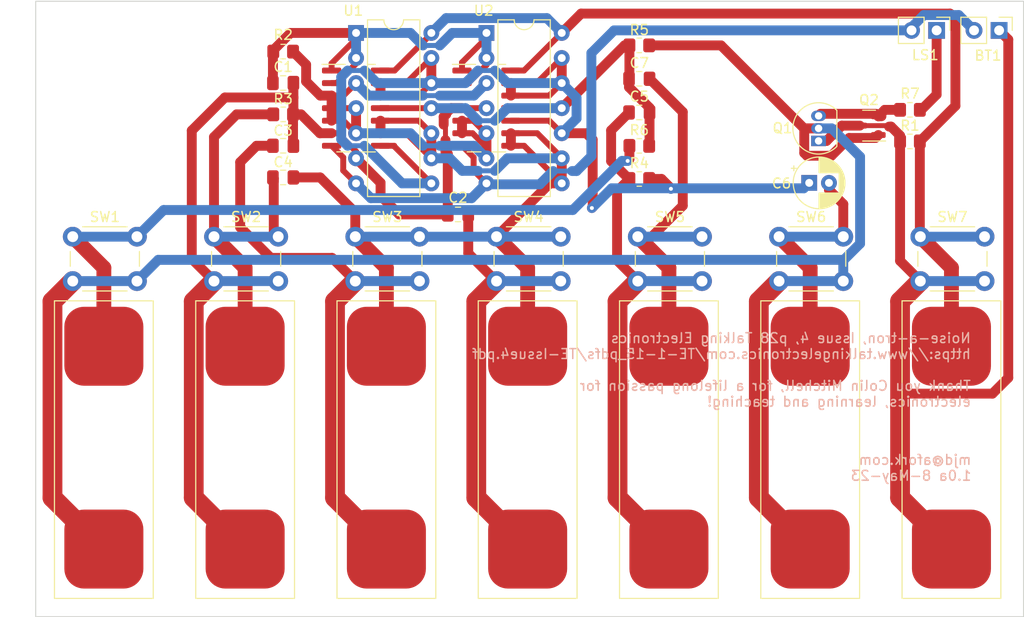
<source format=kicad_pcb>
(kicad_pcb (version 20221018) (generator pcbnew)
  (layers (0 "F.Cu" signal) (31 "B.Cu" signal) (34 "B.Paste" user) (35 "F.Paste" user) (36 "B.SilkS" user "B.Silkscreen") (37 "F.SilkS" user "F.Silkscreen") (38 "B.Mask" user) (39 "F.Mask" user) (44 "Edge.Cuts" user))
  (net 0 "")
  (net 1 "+9V")
  (net 2 "Net-(C1-Pad2)")
  (net 3 "Net-(C5-Pad1)")
  (net 4 "Net-(Q1-E)")
  (net 5 "Net-(LS1-Pad1)")
  (net 6 "Net-(Q1-B)")
  (net 7 "Net-(R2-Pad1)")
  (net 8 "Net-(C6-Pad1)")
  (net 9 "GND")
  (net 10 "Net-(C1-Pad1)")
  (net 11 "Net-(C2-Pad1)")
  (net 12 "Net-(C3-Pad1)")
  (net 13 "Net-(C4-Pad1)")
  (net 14 "Net-(C4-Pad2)")
  (net 15 "Net-(C5-Pad2)")
  (net 16 "Net-(C6-Pad2)")
  (net 17 "Net-(C7-Pad2)")
  (net 18 "Net-(U1E-VCC)")
  (net 19 "Net-(R6-Pad1)")
  (footprint "aa_library:SW_PUSH_6mm_H5mm_and_strip" (layer "F.Cu") (at 175.25 108.45)
    (fp_text reference "SW6" (at 3.25 -2) (layer "F.SilkS"))
    (fp_text value "SW_Push")
    (pad "1" thru_hole circle (at 0 0 90) (size 2 2) (drill 1.1) (layers "*.Cu" "*.Mask") (net 16 "Net-(C6-Pad2)"))
    (pad "1" smd roundrect (at 3.15 11.1) (size 8 8) (layers "F.Cu" "F.Paste" "F.Mask") (net 16 "Net-(C6-Pad2)"))
    (pad "1" thru_hole circle (at 6.5 0 90) (size 2 2) (drill 1.1) (layers "*.Cu" "*.Mask") (net 16 "Net-(C6-Pad2)"))
    (pad "2" thru_hole circle (at 0 4.5 90) (size 2 2) (drill 1.1) (layers "*.Cu" "*.Mask") (net 6 "Net-(Q1-B)"))
    (pad "2" smd roundrect (at 3.15 31.65) (size 8 8) (layers "F.Cu" "F.Paste" "F.Mask") (net 6 "Net-(Q1-B)"))
    (pad "2" thru_hole circle (at 6.5 4.5 90) (size 2 2) (drill 1.1) (layers "*.Cu" "*.Mask") (net 6 "Net-(Q1-B)"))
  )
  (footprint "aa_library:DIP-14_W7.62mm_and_SOIC-14" (layer "F.Cu") (at 132.43 87.81)
    (fp_text reference "U1" (at -0.28 -2.26) (layer "F.SilkS"))
    (fp_text value "74HC00")
    (pad "1" smd roundrect (at -2.475 3.81) (size 1.95 0.6) (layers "F.Cu" "F.Paste" "F.Mask") (net 2 "Net-(C1-Pad2)"))
    (pad "1" thru_hole rect (at 0 0) (size 1.6 1.6) (drill 0.8) (layers "*.Cu" "*.Mask") (net 2 "Net-(C1-Pad2)"))
    (pad "2" smd roundrect (at -2.475 5.08) (size 1.95 0.6) (layers "F.Cu" "F.Paste" "F.Mask") (net 2 "Net-(C1-Pad2)"))
    (pad "2" thru_hole oval (at 0 2.54) (size 1.6 1.6) (drill 0.8) (layers "*.Cu" "*.Mask") (net 2 "Net-(C1-Pad2)"))
    (pad "3" smd roundrect (at -2.475 6.35) (size 1.95 0.6) (layers "F.Cu" "F.Paste" "F.Mask") (net 7 "Net-(R2-Pad1)"))
    (pad "3" thru_hole oval (at 0 5.08) (size 1.6 1.6) (drill 0.8) (layers "*.Cu" "*.Mask") (net 7 "Net-(R2-Pad1)"))
    (pad "4" smd roundrect (at -2.475 7.62) (size 1.95 0.6) (layers "F.Cu" "F.Paste" "F.Mask") (net 7 "Net-(R2-Pad1)"))
    (pad "4" thru_hole oval (at 0 7.62) (size 1.6 1.6) (drill 0.8) (layers "*.Cu" "*.Mask") (net 7 "Net-(R2-Pad1)"))
    (pad "5" smd roundrect (at -2.475 8.89) (size 1.95 0.6) (layers "F.Cu" "F.Paste" "F.Mask") (net 7 "Net-(R2-Pad1)"))
    (pad "5" thru_hole oval (at 0 10.16) (size 1.6 1.6) (drill 0.8) (layers "*.Cu" "*.Mask") (net 7 "Net-(R2-Pad1)"))
    (pad "6" smd roundrect (at -2.475 10.16) (size 1.95 0.6) (layers "F.Cu" "F.Paste" "F.Mask") (net 10 "Net-(C1-Pad1)"))
    (pad "6" thru_hole oval (at 0 12.7) (size 1.6 1.6) (drill 0.8) (layers "*.Cu" "*.Mask") (net 10 "Net-(C1-Pad1)"))
    (pad "7" smd roundrect (at -2.475 11.43) (size 1.95 0.6) (layers "F.Cu" "F.Paste" "F.Mask") (net 9 "GND"))
    (pad "7" thru_hole oval (at 0 15.24) (size 1.6 1.6) (drill 0.8) (layers "*.Cu" "*.Mask") (net 9 "GND"))
    (pad "8" smd roundrect (at 2.475 11.43) (size 1.95 0.6) (layers "F.Cu" "F.Paste" "F.Mask") (net 8 "Net-(C6-Pad1)"))
    (pad "8" thru_hole oval (at 7.62 15.24) (size 1.6 1.6) (drill 0.8) (layers "*.Cu" "*.Mask") (net 8 "Net-(C6-Pad1)"))
    (pad "9" smd roundrect (at 2.475 10.16) (size 1.95 0.6) (layers "F.Cu" "F.Paste" "F.Mask") (net 13 "Net-(C4-Pad1)"))
    (pad "9" thru_hole oval (at 7.62 12.7) (size 1.6 1.6) (drill 0.8) (layers "*.Cu" "*.Mask") (net 13 "Net-(C4-Pad1)"))
    (pad "10" smd roundrect (at 2.475 8.89) (size 1.95 0.6) (layers "F.Cu" "F.Paste" "F.Mask") (net 13 "Net-(C4-Pad1)"))
    (pad "10" thru_hole oval (at 7.62 10.16) (size 1.6 1.6) (drill 0.8) (layers "*.Cu" "*.Mask") (net 13 "Net-(C4-Pad1)"))
    (pad "11" smd roundrect (at 2.475 7.62) (size 1.95 0.6) (layers "F.Cu" "F.Paste" "F.Mask") (net 3 "Net-(C5-Pad1)"))
    (pad "11" thru_hole oval (at 7.62 7.62) (size 1.6 1.6) (drill 0.8) (layers "*.Cu" "*.Mask") (net 3 "Net-(C5-Pad1)"))
    (pad "12" smd roundrect (at 2.475 6.35) (size 1.95 0.6) (layers "F.Cu" "F.Paste" "F.Mask") (net 8 "Net-(C6-Pad1)"))
    (pad "12" thru_hole oval (at 7.62 5.08) (size 1.6 1.6) (drill 0.8) (layers "*.Cu" "*.Mask") (net 8 "Net-(C6-Pad1)"))
    (pad "13" smd roundrect (at 2.475 5.08) (size 1.95 0.6) (layers "F.Cu" "F.Paste" "F.Mask") (net 8 "Net-(C6-Pad1)"))
    (pad "13" thru_hole oval (at 7.62 2.54) (size 1.6 1.6) (drill 0.8) (layers "*.Cu" "*.Mask") (net 8 "Net-(C6-Pad1)"))
    (pad "14" smd roundrect (at 2.475 3.81) (size 1.95 0.6) (layers "F.Cu" "F.Paste" "F.Mask") (net 18 "Net-(U1E-VCC)"))
    (pad "14" thru_hole oval (at 7.62 0) (size 1.6 1.6) (drill 0.8) (layers "*.Cu" "*.Mask") (net 18 "Net-(U1E-VCC)"))
  )
  (footprint "Resistor_SMD:R_0805_2012Metric_Pad1.20x1.40mm_HandSolder" (layer "F.Cu") (at 161.1 99.25)
    (fp_text reference "R6" (at 0 -1.6) (layer "F.SilkS"))
    (fp_text value "2k2")
    (pad "1" smd roundrect (at -1 0) (size 1.2 1.4) (layers "F.Cu" "F.Paste" "F.Mask") (roundrect_rratio 0.208333) (net 19 "Net-(R6-Pad1)"))
    (pad "2" smd roundrect (at 1 0) (size 1.2 1.4) (layers "F.Cu" "F.Paste" "F.Mask") (roundrect_rratio 0.208333) (net 3 "Net-(C5-Pad1)"))
  )
  (footprint "Capacitor_SMD:C_0805_2012Metric_Pad1.18x1.45mm_HandSolder" (layer "F.Cu") (at 125.05 92.88 180)
    (fp_text reference "C1" (at 0 1.63) (layer "F.SilkS"))
    (fp_text value "47n")
    (pad "1" smd roundrect (at -1.0375 0 180) (size 1.175 1.45) (layers "F.Cu" "F.Paste" "F.Mask") (roundrect_rratio 0.212766) (net 10 "Net-(C1-Pad1)"))
    (pad "2" smd roundrect (at 1.0375 0 180) (size 1.175 1.45) (layers "F.Cu" "F.Paste" "F.Mask") (roundrect_rratio 0.212766) (net 2 "Net-(C1-Pad2)"))
  )
  (footprint "Capacitor_SMD:C_0805_2012Metric_Pad1.18x1.45mm_HandSolder" (layer "F.Cu") (at 125.05 102.45 180)
    (fp_text reference "C4" (at 0 1.55) (layer "F.SilkS"))
    (fp_text value "47n")
    (pad "1" smd roundrect (at -1.0375 0 180) (size 1.175 1.45) (layers "F.Cu" "F.Paste" "F.Mask") (roundrect_rratio 0.212766) (net 13 "Net-(C4-Pad1)"))
    (pad "2" smd roundrect (at 1.0375 0 180) (size 1.175 1.45) (layers "F.Cu" "F.Paste" "F.Mask") (roundrect_rratio 0.212766) (net 14 "Net-(C4-Pad2)"))
  )
  (footprint "Resistor_SMD:R_0805_2012Metric_Pad1.20x1.40mm_HandSolder" (layer "F.Cu") (at 188.5 95.6)
    (fp_text reference "R7" (at 0 -1.65) (layer "F.SilkS"))
    (fp_text value "15R")
    (pad "1" smd roundrect (at -1 0) (size 1.2 1.4) (layers "F.Cu" "F.Paste" "F.Mask") (roundrect_rratio 0.208333) (net 4 "Net-(Q1-E)"))
    (pad "2" smd roundrect (at 1 0) (size 1.2 1.4) (layers "F.Cu" "F.Paste" "F.Mask") (roundrect_rratio 0.208333) (net 5 "Net-(LS1-Pad1)"))
  )
  (footprint "Resistor_SMD:R_0805_2012Metric_Pad1.20x1.40mm_HandSolder" (layer "F.Cu") (at 161.1 89.07175 180)
    (fp_text reference "R5" (at 0 1.57175) (layer "F.SilkS"))
    (fp_text value "10k")
    (pad "1" smd roundrect (at -1 0 180) (size 1.2 1.4) (layers "F.Cu" "F.Paste" "F.Mask") (roundrect_rratio 0.208333) (net 6 "Net-(Q1-B)"))
    (pad "2" smd roundrect (at 1 0 180) (size 1.2 1.4) (layers "F.Cu" "F.Paste" "F.Mask") (roundrect_rratio 0.208333) (net 3 "Net-(C5-Pad1)"))
  )
  (footprint "aa_library:SW_PUSH_6mm_H5mm_and_strip" (layer "F.Cu") (at 132.35 108.45)
    (fp_text reference "SW3" (at 3.25 -2) (layer "F.SilkS"))
    (fp_text value "SW_Push")
    (pad "1" thru_hole circle (at 0 0 90) (size 2 2) (drill 1.1) (layers "*.Cu" "*.Mask") (net 13 "Net-(C4-Pad1)"))
    (pad "1" smd roundrect (at 3.15 11.1) (size 8 8) (layers "F.Cu" "F.Paste" "F.Mask") (net 13 "Net-(C4-Pad1)"))
    (pad "1" thru_hole circle (at 6.5 0 90) (size 2 2) (drill 1.1) (layers "*.Cu" "*.Mask") (net 13 "Net-(C4-Pad1)"))
    (pad "2" thru_hole circle (at 0 4.5 90) (size 2 2) (drill 1.1) (layers "*.Cu" "*.Mask") (net 12 "Net-(C3-Pad1)"))
    (pad "2" smd roundrect (at 3.15 31.65) (size 8 8) (layers "F.Cu" "F.Paste" "F.Mask") (net 12 "Net-(C3-Pad1)"))
    (pad "2" thru_hole circle (at 6.5 4.5 90) (size 2 2) (drill 1.1) (layers "*.Cu" "*.Mask") (net 12 "Net-(C3-Pad1)"))
  )
  (footprint "Package_TO_SOT_THT:TO-92_Inline" (layer "F.Cu") (at 179.25 98.75 90)
    (fp_text reference "Q1" (at 1.3 -3.65 180) (layer "F.SilkS"))
    (fp_text value "BC557")
    (pad "1" thru_hole rect (at 0 0 90) (size 1.05 1.5) (drill 0.75) (layers "*.Cu" "*.Mask") (net 1 "+9V"))
    (pad "2" thru_hole oval (at 1.27 0 90) (size 1.05 1.5) (drill 0.75) (layers "*.Cu" "*.Mask") (net 6 "Net-(Q1-B)"))
    (pad "3" thru_hole oval (at 2.54 0 90) (size 1.05 1.5) (drill 0.75) (layers "*.Cu" "*.Mask") (net 4 "Net-(Q1-E)"))
  )
  (footprint "Capacitor_SMD:C_0805_2012Metric_Pad1.18x1.45mm_HandSolder" (layer "F.Cu") (at 161.1 95.86725 180)
    (fp_text reference "C5" (at 0 1.61725) (layer "F.SilkS"))
    (fp_text value "2n2")
    (pad "1" smd roundrect (at -1.0375 0 180) (size 1.175 1.45) (layers "F.Cu" "F.Paste" "F.Mask") (roundrect_rratio 0.212766) (net 3 "Net-(C5-Pad1)"))
    (pad "2" smd roundrect (at 1.0375 0 180) (size 1.175 1.45) (layers "F.Cu" "F.Paste" "F.Mask") (roundrect_rratio 0.212766) (net 15 "Net-(C5-Pad2)"))
  )
  (footprint "Resistor_SMD:R_0805_2012Metric_Pad1.20x1.40mm_HandSolder" (layer "F.Cu") (at 125.05 96.06 180)
    (fp_text reference "R3" (at 0 1.56) (layer "F.SilkS"))
    (fp_text value "33k")
    (pad "1" smd roundrect (at -1 0 180) (size 1.2 1.4) (layers "F.Cu" "F.Paste" "F.Mask") (roundrect_rratio 0.208333) (net 10 "Net-(C1-Pad1)"))
    (pad "2" smd roundrect (at 1 0 180) (size 1.2 1.4) (layers "F.Cu" "F.Paste" "F.Mask") (roundrect_rratio 0.208333) (net 14 "Net-(C4-Pad2)"))
  )
  (footprint "aa_library:SW_PUSH_6mm_H5mm_and_strip" (layer "F.Cu") (at 118.05 108.45)
    (fp_text reference "SW2" (at 3.25 -2) (layer "F.SilkS"))
    (fp_text value "SW_Push")
    (pad "1" thru_hole circle (at 0 0 90) (size 2 2) (drill 1.1) (layers "*.Cu" "*.Mask") (net 14 "Net-(C4-Pad2)"))
    (pad "1" smd roundrect (at 3.15 11.1) (size 8 8) (layers "F.Cu" "F.Paste" "F.Mask") (net 14 "Net-(C4-Pad2)"))
    (pad "1" thru_hole circle (at 6.5 0 90) (size 2 2) (drill 1.1) (layers "*.Cu" "*.Mask") (net 14 "Net-(C4-Pad2)"))
    (pad "2" thru_hole circle (at 0 4.5 90) (size 2 2) (drill 1.1) (layers "*.Cu" "*.Mask") (net 10 "Net-(C1-Pad1)"))
    (pad "2" smd roundrect (at 3.15 31.65) (size 8 8) (layers "F.Cu" "F.Paste" "F.Mask") (net 10 "Net-(C1-Pad1)"))
    (pad "2" thru_hole circle (at 6.5 4.5 90) (size 2 2) (drill 1.1) (layers "*.Cu" "*.Mask") (net 10 "Net-(C1-Pad1)"))
  )
  (footprint "Resistor_SMD:R_0805_2012Metric_Pad1.20x1.40mm_HandSolder" (layer "F.Cu") (at 125.05 89.7 180)
    (fp_text reference "R2" (at 0 1.7) (layer "F.SilkS"))
    (fp_text value "2M2")
    (pad "1" smd roundrect (at -1 0 180) (size 1.2 1.4) (layers "F.Cu" "F.Paste" "F.Mask") (roundrect_rratio 0.208333) (net 7 "Net-(R2-Pad1)"))
    (pad "2" smd roundrect (at 1 0 180) (size 1.2 1.4) (layers "F.Cu" "F.Paste" "F.Mask") (roundrect_rratio 0.208333) (net 2 "Net-(C1-Pad2)"))
  )
  (footprint "Connector_PinHeader_2.54mm:PinHeader_1x02_P2.54mm_Vertical" (layer "F.Cu") (at 197.525 87.55 -90)
    (fp_text reference "BT1" (at 2.55 1.125 -180) (layer "F.SilkS"))
    (fp_text value "Battery")
    (pad "1" thru_hole rect (at 0 0 270) (size 1.7 1.7) (drill 1) (layers "*.Cu" "*.Mask") (net 1 "+9V"))
    (pad "2" thru_hole oval (at 0 2.54 270) (size 1.7 1.7) (drill 1) (layers "*.Cu" "*.Mask") (net 9 "GND"))
  )
  (footprint "Capacitor_SMD:C_0805_2012Metric_Pad1.18x1.45mm_HandSolder" (layer "F.Cu") (at 161.1 92.4545)
    (fp_text reference "C7" (at 0 -1.6045) (layer "F.SilkS"))
    (fp_text value "10n")
    (pad "1" smd roundrect (at -1.0375 0) (size 1.175 1.45) (layers "F.Cu" "F.Paste" "F.Mask") (roundrect_rratio 0.212766) (net 3 "Net-(C5-Pad1)"))
    (pad "2" smd roundrect (at 1.0375 0) (size 1.175 1.45) (layers "F.Cu" "F.Paste" "F.Mask") (roundrect_rratio 0.212766) (net 17 "Net-(C7-Pad2)"))
  )
  (footprint "Connector_PinHeader_2.54mm:PinHeader_1x02_P2.54mm_Vertical" (layer "F.Cu") (at 191.2 87.55 -90)
    (fp_text reference "LS1" (at 2.5 1.15 -180) (layer "F.SilkS"))
    (fp_text value "Speaker")
    (pad "1" thru_hole rect (at 0 0 270) (size 1.7 1.7) (drill 1) (layers "*.Cu" "*.Mask") (net 5 "Net-(LS1-Pad1)"))
    (pad "2" thru_hole oval (at 0 2.54 270) (size 1.7 1.7) (drill 1) (layers "*.Cu" "*.Mask") (net 9 "GND"))
  )
  (footprint "aa_library:SW_PUSH_6mm_H5mm_and_strip" (layer "F.Cu") (at 146.65 108.45)
    (fp_text reference "SW4" (at 3.25 -2) (layer "F.SilkS"))
    (fp_text value "SW_Push")
    (pad "1" thru_hole circle (at 0 0 90) (size 2 2) (drill 1.1) (layers "*.Cu" "*.Mask") (net 13 "Net-(C4-Pad1)"))
    (pad "1" smd roundrect (at 3.15 11.1) (size 8 8) (layers "F.Cu" "F.Paste" "F.Mask") (net 13 "Net-(C4-Pad1)"))
    (pad "1" thru_hole circle (at 6.5 0 90) (size 2 2) (drill 1.1) (layers "*.Cu" "*.Mask") (net 13 "Net-(C4-Pad1)"))
    (pad "2" thru_hole circle (at 0 4.5 90) (size 2 2) (drill 1.1) (layers "*.Cu" "*.Mask") (net 11 "Net-(C2-Pad1)"))
    (pad "2" smd roundrect (at 3.15 31.65) (size 8 8) (layers "F.Cu" "F.Paste" "F.Mask") (net 11 "Net-(C2-Pad1)"))
    (pad "2" thru_hole circle (at 6.5 4.5 90) (size 2 2) (drill 1.1) (layers "*.Cu" "*.Mask") (net 11 "Net-(C2-Pad1)"))
  )
  (footprint "Package_TO_SOT_SMD:SOT-23" (layer "F.Cu") (at 184.3625 97.2 180)
    (fp_text reference "Q2" (at 0.0125 2.6) (layer "F.SilkS"))
    (fp_text value "MMBT3906")
    (pad "1" smd roundrect (at -0.9375 -0.95 180) (size 1.475 0.6) (layers "F.Cu" "F.Paste" "F.Mask") (net 6 "Net-(Q1-B)"))
    (pad "2" smd roundrect (at -0.9375 0.95 180) (size 1.475 0.6) (layers "F.Cu" "F.Paste" "F.Mask") (net 4 "Net-(Q1-E)"))
    (pad "3" smd roundrect (at 0.9375 0 180) (size 1.475 0.6) (layers "F.Cu" "F.Paste" "F.Mask") (net 1 "+9V"))
  )
  (footprint "Resistor_SMD:R_0805_2012Metric_Pad1.20x1.40mm_HandSolder" (layer "F.Cu") (at 188.5 98.8)
    (fp_text reference "R1" (at 0 -1.6) (layer "F.SilkS"))
    (fp_text value "10k")
    (pad "1" smd roundrect (at -1 0) (size 1.2 1.4) (layers "F.Cu" "F.Paste" "F.Mask") (roundrect_rratio 0.208333) (net 1 "+9V"))
    (pad "2" smd roundrect (at 1 0) (size 1.2 1.4) (layers "F.Cu" "F.Paste" "F.Mask") (roundrect_rratio 0.208333) (net 18 "Net-(U1E-VCC)"))
  )
  (footprint "aa_library:SW_PUSH_6mm_H5mm_and_strip" (layer "F.Cu") (at 189.55 108.45)
    (fp_text reference "SW7" (at 3.25 -2) (layer "F.SilkS"))
    (fp_text value "SW_Push")
    (pad "1" thru_hole circle (at 0 0 90) (size 2 2) (drill 1.1) (layers "*.Cu" "*.Mask") (net 18 "Net-(U1E-VCC)"))
    (pad "1" smd roundrect (at 3.15 11.1) (size 8 8) (layers "F.Cu" "F.Paste" "F.Mask") (net 18 "Net-(U1E-VCC)"))
    (pad "1" thru_hole circle (at 6.5 0 90) (size 2 2) (drill 1.1) (layers "*.Cu" "*.Mask") (net 18 "Net-(U1E-VCC)"))
    (pad "2" thru_hole circle (at 0 4.5 90) (size 2 2) (drill 1.1) (layers "*.Cu" "*.Mask") (net 1 "+9V"))
    (pad "2" smd roundrect (at 3.15 31.65) (size 8 8) (layers "F.Cu" "F.Paste" "F.Mask") (net 1 "+9V"))
    (pad "2" thru_hole circle (at 6.5 4.5 90) (size 2 2) (drill 1.1) (layers "*.Cu" "*.Mask") (net 1 "+9V"))
  )
  (footprint "aa_library:SW_PUSH_6mm_H5mm_and_strip" (layer "F.Cu") (at 160.95 108.45)
    (fp_text reference "SW5" (at 3.25 -2) (layer "F.SilkS"))
    (fp_text value "SW_Push")
    (pad "1" thru_hole circle (at 0 0 90) (size 2 2) (drill 1.1) (layers "*.Cu" "*.Mask") (net 17 "Net-(C7-Pad2)"))
    (pad "1" smd roundrect (at 3.15 11.1) (size 8 8) (layers "F.Cu" "F.Paste" "F.Mask") (net 17 "Net-(C7-Pad2)"))
    (pad "1" thru_hole circle (at 6.5 0 90) (size 2 2) (drill 1.1) (layers "*.Cu" "*.Mask") (net 17 "Net-(C7-Pad2)"))
    (pad "2" thru_hole circle (at 0 4.5 90) (size 2 2) (drill 1.1) (layers "*.Cu" "*.Mask") (net 15 "Net-(C5-Pad2)"))
    (pad "2" smd roundrect (at 3.15 31.65) (size 8 8) (layers "F.Cu" "F.Paste" "F.Mask") (net 15 "Net-(C5-Pad2)"))
    (pad "2" thru_hole circle (at 6.5 4.5 90) (size 2 2) (drill 1.1) (layers "*.Cu" "*.Mask") (net 15 "Net-(C5-Pad2)"))
  )
  (footprint "Capacitor_THT:CP_Radial_D5.0mm_P2.00mm" (layer "F.Cu") (at 178.3 103)
    (fp_text reference "C6" (at -2.8 0.05) (layer "F.SilkS"))
    (fp_text value "100u")
    (pad "1" thru_hole rect (at 0 0) (size 1.6 1.6) (drill 0.8) (layers "*.Cu" "*.Mask") (net 8 "Net-(C6-Pad1)"))
    (pad "2" thru_hole circle (at 2 0) (size 1.6 1.6) (drill 0.8) (layers "*.Cu" "*.Mask") (net 16 "Net-(C6-Pad2)"))
  )
  (footprint "aa_library:DIP-14_W7.62mm_and_SOIC-14" (layer "F.Cu") (at 145.63 87.81)
    (fp_text reference "U2" (at -0.28 -2.26) (layer "F.SilkS"))
    (fp_text value "4001")
    (pad "1" smd roundrect (at -2.475 3.81) (size 1.95 0.6) (layers "F.Cu" "F.Paste" "F.Mask") (net 2 "Net-(C1-Pad2)"))
    (pad "1" thru_hole rect (at 0 0) (size 1.6 1.6) (drill 0.8) (layers "*.Cu" "*.Mask") (net 2 "Net-(C1-Pad2)"))
    (pad "2" smd roundrect (at -2.475 5.08) (size 1.95 0.6) (layers "F.Cu" "F.Paste" "F.Mask") (net 2 "Net-(C1-Pad2)"))
    (pad "2" thru_hole oval (at 0 2.54) (size 1.6 1.6) (drill 0.8) (layers "*.Cu" "*.Mask") (net 2 "Net-(C1-Pad2)"))
    (pad "3" smd roundrect (at -2.475 6.35) (size 1.95 0.6) (layers "F.Cu" "F.Paste" "F.Mask") (net 7 "Net-(R2-Pad1)"))
    (pad "3" thru_hole oval (at 0 5.08) (size 1.6 1.6) (drill 0.8) (layers "*.Cu" "*.Mask") (net 7 "Net-(R2-Pad1)"))
    (pad "4" smd roundrect (at -2.475 7.62) (size 1.95 0.6) (layers "F.Cu" "F.Paste" "F.Mask") (net 10 "Net-(C1-Pad1)"))
    (pad "4" thru_hole oval (at 0 7.62) (size 1.6 1.6) (drill 0.8) (layers "*.Cu" "*.Mask") (net 10 "Net-(C1-Pad1)"))
    (pad "5" smd roundrect (at -2.475 8.89) (size 1.95 0.6) (layers "F.Cu" "F.Paste" "F.Mask") (net 7 "Net-(R2-Pad1)"))
    (pad "5" thru_hole oval (at 0 10.16) (size 1.6 1.6) (drill 0.8) (layers "*.Cu" "*.Mask") (net 7 "Net-(R2-Pad1)"))
    (pad "6" smd roundrect (at -2.475 10.16) (size 1.95 0.6) (layers "F.Cu" "F.Paste" "F.Mask") (net 7 "Net-(R2-Pad1)"))
    (pad "6" thru_hole oval (at 0 12.7) (size 1.6 1.6) (drill 0.8) (layers "*.Cu" "*.Mask") (net 7 "Net-(R2-Pad1)"))
    (pad "7" smd roundrect (at -2.475 11.43) (size 1.95 0.6) (layers "F.Cu" "F.Paste" "F.Mask") (net 9 "GND"))
    (pad "7" thru_hole oval (at 0 15.24) (size 1.6 1.6) (drill 0.8) (layers "*.Cu" "*.Mask") (net 9 "GND"))
    (pad "8" smd roundrect (at 2.475 11.43) (size 1.95 0.6) (layers "F.Cu" "F.Paste" "F.Mask") (net 13 "Net-(C4-Pad1)"))
    (pad "8" thru_hole oval (at 7.62 15.24) (size 1.6 1.6) (drill 0.8) (layers "*.Cu" "*.Mask") (net 13 "Net-(C4-Pad1)"))
    (pad "9" smd roundrect (at 2.475 10.16) (size 1.95 0.6) (layers "F.Cu" "F.Paste" "F.Mask") (net 13 "Net-(C4-Pad1)"))
    (pad "9" thru_hole oval (at 7.62 12.7) (size 1.6 1.6) (drill 0.8) (layers "*.Cu" "*.Mask") (net 13 "Net-(C4-Pad1)"))
    (pad "10" smd roundrect (at 2.475 8.89) (size 1.95 0.6) (layers "F.Cu" "F.Paste" "F.Mask") (net 8 "Net-(C6-Pad1)"))
    (pad "10" thru_hole oval (at 7.62 10.16) (size 1.6 1.6) (drill 0.8) (layers "*.Cu" "*.Mask") (net 8 "Net-(C6-Pad1)"))
    (pad "11" smd roundrect (at 2.475 7.62) (size 1.95 0.6) (layers "F.Cu" "F.Paste" "F.Mask") (net 3 "Net-(C5-Pad1)"))
    (pad "11" thru_hole oval (at 7.62 7.62) (size 1.6 1.6) (drill 0.8) (layers "*.Cu" "*.Mask") (net 3 "Net-(C5-Pad1)"))
    (pad "12" smd roundrect (at 2.475 6.35) (size 1.95 0.6) (layers "F.Cu" "F.Paste" "F.Mask") (net 8 "Net-(C6-Pad1)"))
    (pad "12" thru_hole oval (at 7.62 5.08) (size 1.6 1.6) (drill 0.8) (layers "*.Cu" "*.Mask") (net 8 "Net-(C6-Pad1)"))
    (pad "13" smd roundrect (at 2.475 5.08) (size 1.95 0.6) (layers "F.Cu" "F.Paste" "F.Mask") (net 8 "Net-(C6-Pad1)"))
    (pad "13" thru_hole oval (at 7.62 2.54) (size 1.6 1.6) (drill 0.8) (layers "*.Cu" "*.Mask") (net 8 "Net-(C6-Pad1)"))
    (pad "14" smd roundrect (at 2.475 3.81) (size 1.95 0.6) (layers "F.Cu" "F.Paste" "F.Mask") (net 18 "Net-(U1E-VCC)"))
    (pad "14" thru_hole oval (at 7.62 0) (size 1.6 1.6) (drill 0.8) (layers "*.Cu" "*.Mask") (net 18 "Net-(U1E-VCC)"))
  )
  (footprint "Capacitor_SMD:C_0805_2012Metric_Pad1.18x1.45mm_HandSolder" (layer "F.Cu") (at 142.75 106.2 180)
    (fp_text reference "C2" (at 0 1.7) (layer "F.SilkS"))
    (fp_text value "1n")
    (pad "1" smd roundrect (at -1.0375 0 180) (size 1.175 1.45) (layers "F.Cu" "F.Paste" "F.Mask") (roundrect_rratio 0.212766) (net 11 "Net-(C2-Pad1)"))
    (pad "2" smd roundrect (at 1.0375 0 180) (size 1.175 1.45) (layers "F.Cu" "F.Paste" "F.Mask") (roundrect_rratio 0.212766) (net 10 "Net-(C1-Pad1)"))
  )
  (footprint "Capacitor_SMD:C_0805_2012Metric_Pad1.18x1.45mm_HandSolder" (layer "F.Cu") (at 125.05 99.24)
    (fp_text reference "C3" (at 0 -1.54) (layer "F.SilkS"))
    (fp_text value "3n9")
    (pad "1" smd roundrect (at -1.0375 0) (size 1.175 1.45) (layers "F.Cu" "F.Paste" "F.Mask") (roundrect_rratio 0.212766) (net 12 "Net-(C3-Pad1)"))
    (pad "2" smd roundrect (at 1.0375 0) (size 1.175 1.45) (layers "F.Cu" "F.Paste" "F.Mask") (roundrect_rratio 0.212766) (net 10 "Net-(C1-Pad1)"))
  )
  (footprint "aa_library:SW_PUSH_6mm_H5mm_and_strip" (layer "F.Cu") (at 103.75 108.45)
    (fp_text reference "SW1" (at 3.25 -2) (layer "F.SilkS"))
    (fp_text value "SW_Push")
    (pad "1" thru_hole circle (at 0 0 90) (size 2 2) (drill 1.1) (layers "*.Cu" "*.Mask") (net 19 "Net-(R6-Pad1)"))
    (pad "1" smd roundrect (at 3.15 11.1) (size 8 8) (layers "F.Cu" "F.Paste" "F.Mask") (net 19 "Net-(R6-Pad1)"))
    (pad "1" thru_hole circle (at 6.5 0 90) (size 2 2) (drill 1.1) (layers "*.Cu" "*.Mask") (net 19 "Net-(R6-Pad1)"))
    (pad "2" thru_hole circle (at 0 4.5 90) (size 2 2) (drill 1.1) (layers "*.Cu" "*.Mask") (net 6 "Net-(Q1-B)"))
    (pad "2" smd roundrect (at 3.15 31.65) (size 8 8) (layers "F.Cu" "F.Paste" "F.Mask") (net 6 "Net-(Q1-B)"))
    (pad "2" thru_hole circle (at 6.5 4.5 90) (size 2 2) (drill 1.1) (layers "*.Cu" "*.Mask") (net 6 "Net-(Q1-B)"))
  )
  (footprint "Resistor_SMD:R_0805_2012Metric_Pad1.20x1.40mm_HandSolder" (layer "F.Cu") (at 161.1 102.602753)
    (fp_text reference "R4" (at 0 -1.602753) (layer "F.SilkS"))
    (fp_text value "220k")
    (pad "1" smd roundrect (at -1 0) (size 1.2 1.4) (layers "F.Cu" "F.Paste" "F.Mask") (roundrect_rratio 0.208333) (net 15 "Net-(C5-Pad2)"))
    (pad "2" smd roundrect (at 1 0) (size 1.2 1.4) (layers "F.Cu" "F.Paste" "F.Mask") (roundrect_rratio 0.208333) (net 8 "Net-(C6-Pad1)"))
  )
  (gr_rect (start 100 84.6) (end 200 146.95) (stroke (width 0.1)) (fill none) (layer "Edge.Cuts"))
  (gr_text "Noise-a-tron, Issue 4, p28 Talking Electronics\nhttps://www.talkingelectronics.com/TE-1-15_pdfs/TE-Issue4.pdf\n\nThank you Colin Mitchell, for a lifelong passion for\nelectronics, learning and teaching!" (at 194.75 125.75) (layer "B.SilkS") (effects (font (size 1 1)) (justify left bottom mirror)))
  (gr_text "mjd@afork.com\n1.0a 8-May-23" (at 194.8 133.25) (layer "B.SilkS") (effects (font (size 1 1)) (justify left bottom mirror)))
  (segment (start 187.5 124.6) (end 187.75 124.35) (width 1) (layer "F.Cu") (net 1))
  (segment (start 186.289582 97.2) (end 186.339582 97.25) (width 0.5) (layer "F.Cu") (net 1))
  (segment (start 198.45 122.75) (end 198.45 88.475) (width 1) (layer "F.Cu") (net 1))
  (segment (start 180.05 98.75) (end 181.6 97.2) (width 1) (layer "F.Cu") (net 1))
  (segment (start 187.5 125.7) (end 187.5 115) (width 2) (layer "F.Cu") (net 1))
  (segment (start 181.6 97.2) (end 183.425 97.2) (width 1) (layer "F.Cu") (net 1))
  (segment (start 186.5875 97.3) (end 186.389582 97.3) (width 1) (layer "F.Cu") (net 1))
  (segment (start 187.5 110.9) (end 187.5 98.8) (width 1) (layer "F.Cu") (net 1))
  (segment (start 187.5 98.8) (end 187.5 98.2125) (width 1) (layer "F.Cu") (net 1))
  (segment (start 187.75 124.35) (end 196.85 124.35) (width 1) (layer "F.Cu") (net 1))
  (segment (start 187.5 98.2125) (end 186.5875 97.3) (width 1) (layer "F.Cu") (net 1))
  (segment (start 198.45 88.475) (end 197.525 87.55) (width 1) (layer "F.Cu") (net 1))
  (segment (start 187.5 125.7) (end 187.5 124.6) (width 1) (layer "F.Cu") (net 1))
  (segment (start 187.5 134.9) (end 187.5 125.7) (width 2) (layer "F.Cu") (net 1))
  (segment (start 189.55 112.95) (end 187.5 110.9) (width 1) (layer "F.Cu") (net 1))
  (segment (start 183.425 97.2) (end 186.289582 97.2) (width 0.5) (layer "F.Cu") (net 1))
  (segment (start 187.5 115) (end 189.55 112.95) (width 2) (layer "F.Cu") (net 1))
  (segment (start 196.85 124.35) (end 198.45 122.75) (width 1) (layer "F.Cu") (net 1))
  (segment (start 192.7 140.1) (end 187.5 134.9) (width 2) (layer "F.Cu") (net 1))
  (segment (start 179.25 98.75) (end 180.05 98.75) (width 1) (layer "F.Cu") (net 1))
  (segment (start 189.55 112.95) (end 196.05 112.95) (width 1) (layer "B.Cu") (net 1))
  (segment (start 132.43 87.81) (end 125.796497 87.81) (width 1) (layer "F.Cu") (net 2))
  (segment (start 132.43 87.81) (end 132.43 88.42) (width 0.6) (layer "F.Cu") (net 2))
  (segment (start 132.43 88.42) (end 129.955 90.895) (width 0.6) (layer "F.Cu") (net 2))
  (segment (start 132.43 90.92) (end 130.46 92.89) (width 0.6) (layer "F.Cu") (net 2))
  (segment (start 124.0125 89.7375) (end 124.05 89.7) (width 1) (layer "F.Cu") (net 2))
  (segment (start 124.05 89.556497) (end 124.05 89.7) (width 1) (layer "F.Cu") (net 2))
  (segment (start 125.796497 87.81) (end 124.05 89.556497) (width 1) (layer "F.Cu") (net 2))
  (segment (start 143.155 90.795) (end 143.155 91.62) (width 0.6) (layer "F.Cu") (net 2))
  (segment (start 145.63 90.35) (end 145.63 91.051522) (width 0.6) (layer "F.Cu") (net 2))
  (segment (start 145.63 91.051522) (end 143.791522 92.89) (width 0.6) (layer "F.Cu") (net 2))
  (segment (start 132.43 90.35) (end 132.43 90.92) (width 0.6) (layer "F.Cu") (net 2))
  (segment (start 145.63 88.32) (end 143.155 90.795) (width 0.6) (layer "F.Cu") (net 2))
  (segment (start 129.955 90.895) (end 129.955 91.62) (width 0.6) (layer "F.Cu") (net 2))
  (segment (start 124.0125 92.88) (end 124.0125 89.7375) (width 1) (layer "F.Cu") (net 2))
  (segment (start 145.63 87.81) (end 145.63 88.32) (width 0.6) (layer "F.Cu") (net 2))
  (segment (start 130.46 92.89) (end 129.955 92.89) (width 0.6) (layer "F.Cu") (net 2))
  (segment (start 143.791522 92.89) (end 143.155 92.89) (width 0.6) (layer "F.Cu") (net 2))
  (segment (start 132.43 90.35) (end 132.43 87.81) (width 1) (layer "B.Cu") (net 2))
  (segment (start 145.63 87.81) (end 142.171321 87.81) (width 1) (layer "B.Cu") (net 2))
  (segment (start 137.928679 87.81) (end 139.198679 89.08) (width 1) (layer "B.Cu") (net 2))
  (segment (start 139.198679 89.08) (end 140.901321 89.08) (width 0.5) (layer "B.Cu") (net 2))
  (segment (start 142.171321 87.81) (end 140.901321 89.08) (width 1) (layer "B.Cu") (net 2))
  (segment (start 145.63 87.81) (end 145.63 90.35) (width 1) (layer "B.Cu") (net 2))
  (segment (start 132.43 87.81) (end 137.928679 87.81) (width 1) (layer "B.Cu") (net 2))
  (segment (start 162.1375 95.3875) (end 160.0625 93.3125) (width 1) (layer "F.Cu") (net 3))
  (segment (start 160.1 89.07175) (end 160.1 92.417) (width 1) (layer "F.Cu") (net 3))
  (segment (start 148.105 95.43) (end 153.25 95.43) (width 0.6) (layer "F.Cu") (net 3))
  (segment (start 162.1375 95.86725) (end 162.1375 95.3875) (width 1) (layer "F.Cu") (net 3))
  (segment (start 153.25 95.43) (end 159.60825 89.07175) (width 1) (layer "F.Cu") (net 3))
  (segment (start 134.905 95.43) (end 140.05 95.43) (width 0.6) (layer "F.Cu") (net 3))
  (segment (start 159.60825 89.07175) (end 160.1 89.07175) (width 1) (layer "F.Cu") (net 3))
  (segment (start 162.1375 99.2125) (end 162.1 99.25) (width 1) (layer "F.Cu") (net 3))
  (segment (start 160.0625 93.3125) (end 160.0625 92.4545) (width 1) (layer "F.Cu") (net 3))
  (segment (start 162.1375 95.86725) (end 162.1375 99.2125) (width 1) (layer "F.Cu") (net 3))
  (segment (start 160.1 92.417) (end 160.0625 92.4545) (width 1) (layer "F.Cu") (net 3))
  (segment (start 153.25 95.43) (end 147.751321 95.43) (width 1) (layer "B.Cu") (net 3))
  (segment (start 143.508679 95.43) (end 144.778679 96.7) (width 1) (layer "B.Cu") (net 3))
  (segment (start 140.05 95.43) (end 143.508679 95.43) (width 1) (layer "B.Cu") (net 3))
  (segment (start 144.778679 96.7) (end 146.481321 96.7) (width 0.5) (layer "B.Cu") (net 3))
  (segment (start 147.751321 95.43) (end 146.481321 96.7) (width 1) (layer "B.Cu") (net 3))
  (segment (start 179.25 96.21) (end 179.459501 96.000499) (width 1) (layer "F.Cu") (net 4))
  (segment (start 179.459501 96.000499) (end 185.050499 96.000499) (width 1) (layer "F.Cu") (net 4))
  (segment (start 185.3 96.25) (end 185.6125 96.25) (width 1) (layer "F.Cu") (net 4))
  (segment (start 185.3 96.25) (end 185.95 95.6) (width 1) (layer "F.Cu") (net 4))
  (segment (start 185.050499 96.000499) (end 185.3 96.25) (width 1) (layer "F.Cu") (net 4))
  (segment (start 185.95 95.6) (end 187.5 95.6) (width 1) (layer "F.Cu") (net 4))
  (segment (start 189.65 95.6) (end 191.2 94.05) (width 1) (layer "F.Cu") (net 5))
  (segment (start 189.5 95.6) (end 189.65 95.6) (width 1) (layer "F.Cu") (net 5))
  (segment (start 191.2 94.05) (end 191.2 87.55) (width 1) (layer "F.Cu") (net 5))
  (segment (start 177.8 99.975) (end 178.075 100.25) (width 1) (layer "F.Cu") (net 6))
  (segment (start 173.2 115) (end 175.25 112.95) (width 2) (layer "F.Cu") (net 6))
  (segment (start 182.35 98.45) (end 180.55 100.25) (width 1) (layer "F.Cu") (net 6))
  (segment (start 162.1 89.07175) (end 169.37175 89.07175) (width 1) (layer "F.Cu") (net 6))
  (segment (start 177.845 97.48) (end 177.8 97.525) (width 1) (layer "F.Cu") (net 6))
  (segment (start 179.25 97.48) (end 177.845 97.48) (width 1) (layer "F.Cu") (net 6))
  (segment (start 177.8 97.525) (end 177.8 99.975) (width 1) (layer "F.Cu") (net 6))
  (segment (start 101.7 115) (end 103.75 112.95) (width 2) (layer "F.Cu") (net 6))
  (segment (start 106.9 140.1) (end 101.7 134.9) (width 2) (layer "F.Cu") (net 6))
  (segment (start 101.7 134.9) (end 101.7 115) (width 2) (layer "F.Cu") (net 6))
  (segment (start 185 98.45) (end 182.35 98.45) (width 1) (layer "F.Cu") (net 6))
  (segment (start 185.3 98.15) (end 185 98.45) (width 1) (layer "F.Cu") (net 6))
  (segment (start 177.78 97.48) (end 179.25 97.48) (width 1) (layer "F.Cu") (net 6))
  (segment (start 177.775 97.5) (end 177.8 97.525) (width 1) (layer "F.Cu") (net 6))
  (segment (start 169.37175 89.07175) (end 177.78 97.48) (width 1) (layer "F.Cu") (net 6))
  (segment (start 173.2 134.9) (end 173.2 115) (width 2) (layer "F.Cu") (net 6))
  (segment (start 180.55 100.25) (end 178.075 100.25) (width 1) (layer "F.Cu") (net 6))
  (segment (start 178.4 140.1) (end 173.2 134.9) (width 2) (layer "F.Cu") (net 6))
  (segment (start 181.804164 110.8) (end 183.45 109.154164) (width 1) (layer "B.Cu") (net 6))
  (segment (start 112.4 110.8) (end 181.804164 110.8) (width 1) (layer "B.Cu") (net 6))
  (segment (start 103.75 112.95) (end 110.25 112.95) (width 1) (layer "B.Cu") (net 6))
  (segment (start 110.25 112.95) (end 112.4 110.8) (width 1) (layer "B.Cu") (net 6))
  (segment (start 175.25 112.95) (end 181.75 112.95) (width 1) (layer "B.Cu") (net 6))
  (segment (start 180.58 97.48) (end 179.25 97.48) (width 1) (layer "B.Cu") (net 6))
  (segment (start 183.45 100.35) (end 180.58 97.48) (width 1) (layer "B.Cu") (net 6))
  (segment (start 183.45 109.154164) (end 183.45 100.35) (width 1) (layer "B.Cu") (net 6))
  (segment (start 181.75 110.854164) (end 181.804164 110.8) (width 1) (layer "B.Cu") (net 6))
  (segment (start 181.75 112.95) (end 181.75 110.854164) (width 1) (layer "B.Cu") (net 6))
  (segment (start 131.16 94.16) (end 129.955 94.16) (width 0.6) (layer "F.Cu") (net 7))
  (segment (start 145.57 97.97) (end 144.3 96.7) (width 0.6) (layer "F.Cu") (net 7))
  (segment (start 132.43 95.43) (end 129.955 95.43) (width 0.6) (layer "F.Cu") (net 7))
  (segment (start 145.63 97.97) (end 145.57 97.97) (width 0.6) (layer "F.Cu") (net 7))
  (segment (start 131.16 96.7) (end 129.955 96.7) (width 0.6) (layer "F.Cu") (net 7))
  (segment (start 144.3 96.7) (end 143.155 96.7) (width 0.6) (layer "F.Cu") (net 7))
  (segment (start 129.955 95.43) (end 129.955 94.16) (width 1) (layer "F.Cu") (net 7))
  (segment (start 144.36 94.16) (end 143.155 94.16) (width 0.6) (layer "F.Cu") (net 7))
  (segment (start 132.43 92.89) (end 131.16 94.16) (width 0.6) (layer "F.Cu") (net 7))
  (segment (start 132.43 95.43) (end 132.43 97.97) (width 1) (layer "F.Cu") (net 7))
  (segment (start 127.375 91.025) (end 127.375 92.725) (width 1) (layer "F.Cu") (net 7))
  (segment (start 144.22137 97.97) (end 143.155 97.97) (width 0.6) (layer "F.Cu") (net 7))
  (segment (start 129.955 95.43) (end 129.955 96.7) (width 1) (layer "F.Cu") (net 7))
  (segment (start 127.375 92.725) (end 128.81 94.16) (width 1) (layer "F.Cu") (net 7))
  (segment (start 145.63 99.37863) (end 144.22137 97.97) (width 0.6) (layer "F.Cu") (net 7))
  (segment (start 145.63 92.89) (end 144.36 94.16) (width 0.6) (layer "F.Cu") (net 7))
  (segment (start 126.05 89.7) (end 127.375 91.025) (width 1) (layer "F.Cu") (net 7))
  (segment (start 143.155 96.7) (end 143.155 97.97) (width 1) (layer "F.Cu") (net 7))
  (segment (start 145.63 97.97) (end 145.63 100.51) (width 1) (layer "F.Cu") (net 7))
  (segment (start 132.43 97.97) (end 131.16 96.7) (width 0.6) (layer "F.Cu") (net 7))
  (segment (start 128.81 94.16) (end 129.955 94.16) (width 1) (layer "F.Cu") (net 7))
  (segment (start 145.63 100.51) (end 145.63 99.37863) (width 0.6) (layer "F.Cu") (net 7))
  (segment (start 137.928679 97.97) (end 139.198679 99.24) (width 1) (layer "B.Cu") (net 7))
  (segment (start 144.36 99.24) (end 140.901321 99.24) (width 1) (layer "B.Cu") (net 7))
  (segment (start 145.63 100.51) (end 144.36 99.24) (width 1) (layer "B.Cu") (net 7))
  (segment (start 133.7 94.16) (end 139.198679 94.16) (width 1) (layer "B.Cu") (net 7))
  (segment (start 132.43 97.97) (end 137.928679 97.97) (width 1) (layer "B.Cu") (net 7))
  (segment (start 140.901321 99.24) (end 139.198679 99.24) (width 0.5) (layer "B.Cu") (net 7))
  (segment (start 139.198679 94.16) (end 140.901321 94.16) (width 0.5) (layer "B.Cu") (net 7))
  (segment (start 132.43 92.89) (end 133.7 94.16) (width 1) (layer "B.Cu") (net 7))
  (segment (start 145.63 92.89) (end 144.36 94.16) (width 1) (layer "B.Cu") (net 7))
  (segment (start 144.36 94.16) (end 140.901321 94.16) (width 1) (layer "B.Cu") (net 7))
  (segment (start 134.905 92.89) (end 137.51 92.89) (width 0.6) (layer "F.Cu") (net 8))
  (segment (start 156.382265 105.467735) (end 156.3 105.55) (width 1) (layer "F.Cu") (net 8))
  (segment (start 134.905 99.24) (end 136.29 99.24) (width 0.6) (layer "F.Cu") (net 8))
  (segment (start 138.78 94.16) (end 140.05 92.89) (width 0.6) (layer "F.Cu") (net 8))
  (segment (start 155.730881 97.97) (end 156.382265 98.621384) (width 1) (layer "F.Cu") (net 8))
  (segment (start 150.71 92.89) (end 153.25 90.35) (width 0.6) (layer "F.Cu") (net 8))
  (segment (start 163.352753 102.602753) (end 164.302753 103.552753) (width 1) (layer "F.Cu") (net 8))
  (segment (start 151.98 94.16) (end 153.25 92.89) (width 0.6) (layer "F.Cu") (net 8))
  (segment (start 148.105 92.89) (end 150.71 92.89) (width 0.6) (layer "F.Cu") (net 8))
  (segment (start 164.302753 103.552753) (end 164.302753 103.6) (width 1) (layer "F.Cu") (net 8))
  (segment (start 148.105 94.16) (end 151.98 94.16) (width 0.6) (layer "F.Cu") (net 8))
  (segment (start 151.98 96.7) (end 153.25 97.97) (width 0.6) (layer "F.Cu") (net 8))
  (segment (start 148.105 96.7) (end 151.98 96.7) (width 0.6) (layer "F.Cu") (net 8))
  (segment (start 140.05 90.35) (end 140.05 92.89) (width 1) (layer "F.Cu") (net 8))
  (segment (start 153.25 97.97) (end 155.730881 97.97) (width 1) (layer "F.Cu") (net 8))
  (segment (start 156.382265 98.621384) (end 156.382265 105.467735) (width 1) (layer "F.Cu") (net 8))
  (segment (start 162.1 102.602753) (end 163.352753 102.602753) (width 1) (layer "F.Cu") (net 8))
  (segment (start 153.25 92.89) (end 153.25 90.35) (width 1) (layer "F.Cu") (net 8))
  (segment (start 136.29 99.24) (end 136.29 99.29) (width 0.6) (layer "F.Cu") (net 8))
  (segment (start 134.905 94.16) (end 138.78 94.16) (width 0.6) (layer "F.Cu") (net 8))
  (segment (start 136.29 99.29) (end 140.05 103.05) (width 0.6) (layer "F.Cu") (net 8))
  (segment (start 134.905 92.89) (end 134.905 94.16) (width 1) (layer "F.Cu") (net 8))
  (segment (start 137.51 92.89) (end 140.05 90.35) (width 0.6) (layer "F.Cu") (net 8))
  (segment (start 148.105 94.16) (end 148.105 92.89) (width 1) (layer "F.Cu") (net 8))
  (via (at 164.302753 103.6) (size 0.8) (drill 0.4) (layers "F.Cu" "B.Cu") (net 8))
  (via (at 156.3 105.55) (size 0.8) (drill 0.4) (layers "F.Cu" "B.Cu") (net 8))
  (segment (start 164.352753 103.55) (end 164.302753 103.6) (width 1) (layer "B.Cu") (net 8))
  (segment (start 153.25 92.89) (end 154.75 94.39) (width 1) (layer "B.Cu") (net 8))
  (segment (start 144.778679 91.62) (end 146.481321 91.62) (width 0.5) (layer "B.Cu") (net 8))
  (segment (start 140.05 92.89) (end 143.508679 92.89) (width 1) (layer "B.Cu") (net 8))
  (segment (start 164.252753 103.55) (end 158.3 103.55) (width 1) (layer "B.Cu") (net 8))
  (segment (start 130.93 92.268679) (end 130.93 98.591321) (width 1) (layer "B.Cu") (net 8))
  (segment (start 154.75 94.39) (end 154.75 96.47) (width 1) (layer "B.Cu") (net 8))
  (segment (start 130.93 98.591321) (end 131.578679 99.24) (width 1) (layer "B.Cu") (net 8))
  (segment (start 131.578679 99.24) (end 133.281321 99.24) (width 0.5) (layer "B.Cu") (net 8))
  (segment (start 147.751321 92.89) (end 146.481321 91.62) (width 1) (layer "B.Cu") (net 8))
  (segment (start 137.091321 103.05) (end 133.281321 99.24) (width 1) (layer "B.Cu") (net 8))
  (segment (start 153.25 92.89) (end 147.751321 92.89) (width 1) (layer "B.Cu") (net 8))
  (segment (start 131.578679 91.62) (end 133.281321 91.62) (width 0.5) (layer "B.Cu") (net 8))
  (segment (start 134.551321 92.89) (end 133.281321 91.62) (width 1) (layer "B.Cu") (net 8))
  (segment (start 154.75 96.47) (end 153.25 97.97) (width 1) (layer "B.Cu") (net 8))
  (segment (start 140.05 92.89) (end 134.551321 92.89) (width 1) (layer "B.Cu") (net 8))
  (segment (start 158.3 103.55) (end 156.3 105.55) (width 1) (layer "B.Cu") (net 8))
  (segment (start 137.091321 103.05) (end 140.05 103.05) (width 1) (layer "B.Cu") (net 8))
  (segment (start 178.3 103) (end 177.75 103.55) (width 1) (layer "B.Cu") (net 8))
  (segment (start 164.302753 103.6) (end 164.252753 103.55) (width 1) (layer "B.Cu") (net 8))
  (segment (start 130.93 92.268679) (end 131.578679 91.62) (width 1) (layer "B.Cu") (net 8))
  (segment (start 177.75 103.55) (end 164.352753 103.55) (width 1) (layer "B.Cu") (net 8))
  (segment (start 143.508679 92.89) (end 144.778679 91.62) (width 1) (layer "B.Cu") (net 8))
  (segment (start 144.33 101.75) (end 144.33 100.415) (width 0.6) (layer "F.Cu") (net 9))
  (segment (start 131.13 100.415) (end 129.955 99.24) (width 0.6) (layer "F.Cu") (net 9))
  (segment (start 132.43 103.05) (end 131.13 101.75) (width 0.6) (layer "F.Cu") (net 9))
  (segment (start 131.13 101.75) (end 131.13 100.415) (width 0.6) (layer "F.Cu") (net 9))
  (segment (start 145.63 103.05) (end 144.33 101.75) (width 0.6) (layer "F.Cu") (net 9))
  (segment (start 144.33 100.415) (end 143.155 99.24) (width 0.6) (layer "F.Cu") (net 9))
  (segment (start 151.028679 103.15) (end 152.378679 101.8) (width 1) (layer "B.Cu") (net 9))
  (segment (start 154.75 101.8) (end 154.3 101.8) (width 1) (layer "B.Cu") (net 9))
  (segment (start 152.378679 101.8) (end 154.3 101.8) (width 0.5) (layer "B.Cu") (net 9))
  (segment (start 145.63 103.05) (end 145.73 103.15) (width 1) (layer "B.Cu") (net 9))
  (segment (start 133.93 104.55) (end 144.13 104.55) (width 1) (layer "B.Cu") (net 9))
  (segment (start 158.55 87.55) (end 156.25 89.85) (width 1) (layer "B.Cu") (net 9))
  (segment (start 189.9 86) (end 188.66 87.24) (width 1) (layer "B.Cu") (net 9))
  (segment (start 145.73 103.15) (end 151.028679 103.15) (width 1) (layer "B.Cu") (net 9))
  (segment (start 193.435 86) (end 189.9 86) (width 1) (layer "B.Cu") (net 9))
  (segment (start 156.25 89.85) (end 156.25 100.3) (width 1) (layer "B.Cu") (net 9))
  (segment (start 188.66 87.55) (end 158.55 87.55) (width 1) (layer "B.Cu") (net 9))
  (segment (start 188.66 87.24) (end 188.66 87.55) (width 1) (layer "B.Cu") (net 9))
  (segment (start 194.985 87.55) (end 193.435 86) (width 1) (layer "B.Cu") (net 9))
  (segment (start 156.25 100.3) (end 154.75 101.8) (width 1) (layer "B.Cu") (net 9))
  (segment (start 132.43 103.05) (end 133.93 104.55) (width 1) (layer "B.Cu") (net 9))
  (segment (start 144.13 104.55) (end 145.63 103.05) (width 1) (layer "B.Cu") (net 9))
  (segment (start 126.05 97.1) (end 126.05 99.2025) (width 1) (layer "F.Cu") (net 10))
  (segment (start 141.3 96.301321) (end 141.3 97.098679) (width 1) (layer "F.Cu") (net 10))
  (segment (start 118.05 112.95) (end 115.8 110.7) (width 1) (layer "F.Cu") (net 10))
  (segment (start 126.05 96.06) (end 126.05 97.1) (width 1) (layer "F.Cu") (net 10))
  (segment (start 134.91 102.99) (end 132.43 100.51) (width 1) (layer "F.Cu") (net 10))
  (segment (start 116 134.9) (end 116 115) (width 2) (layer "F.Cu") (net 10))
  (segment (start 143.155 95.43) (end 142.05 95.43) (width 1) (layer "F.Cu") (net 10))
  (segment (start 126.0875 94.35) (end 126.0875 96.0225) (width 1) (layer "F.Cu") (net 10))
  (segment (start 136.8 106.2) (end 134.91 104.31) (width 1) (layer "F.Cu") (net 10))
  (segment (start 141.7125 106.2) (end 141.7125 100.051179) (width 1) (layer "F.Cu") (net 10))
  (segment (start 128.77 97.97) (end 129.955 97.97) (width 1) (layer "F.Cu") (net 10))
  (segment (start 134.91 104.31) (end 134.91 102.99) (width 1) (layer "F.Cu") (net 10))
  (segment (start 126.05 99.2025) (end 126.0875 99.24) (width 1) (layer "F.Cu") (net 10))
  (segment (start 141.7125 106.2) (end 136.8 106.2) (width 1) (layer "F.Cu") (net 10))
  (segment (start 121.2 140.1) (end 116 134.9) (width 2) (layer "F.Cu") (net 10))
  (segment (start 126.05 96.06) (end 126.86 96.06) (width 1) (layer "F.Cu") (net 10))
  (segment (start 115.8 97.7) (end 119.15 94.35) (width 1) (layer "F.Cu") (net 10))
  (segment (start 145.63 95.43) (end 143.155 95.43) (width 0.6) (layer "F.Cu") (net 10))
  (segment (start 115.8 110.7) (end 115.8 97.7) (width 1) (layer "F.Cu") (net 10))
  (segment (start 141.48 97.278679) (end 141.3 97.098679) (width 0.5) (layer "F.Cu") (net 10))
  (segment (start 116 115) (end 118.05 112.95) (width 2) (layer "F.Cu") (net 10))
  (segment (start 132.43 100.51) (end 132.43 99.820761) (width 0.6) (layer "F.Cu") (net 10))
  (segment (start 141.55 95.93) (end 141.55 96.051321) (width 1) (layer "F.Cu") (net 10))
  (segment (start 126.0875 96.0225) (end 126.05 96.06) (width 1) (layer "F.Cu") (net 10))
  (segment (start 126.0875 92.88) (end 126.0875 94.35) (width 1) (layer "F.Cu") (net 10))
  (segment (start 126.86 96.06) (end 128.77 97.97) (width 1) (layer "F.Cu") (net 10))
  (segment (start 119.15 94.35) (end 126.0875 94.35) (width 1) (layer "F.Cu") (net 10))
  (segment (start 141.48 98.661321) (end 141.48 97.278679) (width 0.5) (layer "F.Cu") (net 10))
  (segment (start 141.48 99.818679) (end 141.48 98.661321) (width 1) (layer "F.Cu") (net 10))
  (segment (start 141.7125 100.051179) (end 141.48 99.818679) (width 1) (layer "F.Cu") (net 10))
  (segment (start 141.55 96.051321) (end 141.3 96.301321) (width 1) (layer "F.Cu") (net 10))
  (segment (start 132.43 99.820761) (end 130.579239 97.97) (width 0.6) (layer "F.Cu") (net 10))
  (segment (start 142.05 95.43) (end 141.55 95.93) (width 1) (layer "F.Cu") (net 10))
  (segment (start 130.579239 97.97) (end 129.955 97.97) (width 0.6) (layer "F.Cu") (net 10))
  (segment (start 118.05 112.95) (end 124.55 112.95) (width 1) (layer "B.Cu") (net 10))
  (segment (start 146.65 112.95) (end 146.6 112.95) (width 1) (layer "F.Cu") (net 11))
  (segment (start 143.7875 110.1375) (end 143.9 110.25) (width 1) (layer "F.Cu") (net 11))
  (segment (start 146.6 112.95) (end 143.9 110.25) (width 1) (layer "F.Cu") (net 11))
  (segment (start 143.7875 106.2) (end 143.7875 110.1375) (width 1) (layer "F.Cu") (net 11))
  (segment (start 149.8 140.1) (end 144.6 134.9) (width 2) (layer "F.Cu") (net 11))
  (segment (start 144.6 134.9) (end 144.6 115) (width 2) (layer "F.Cu") (net 11))
  (segment (start 144.6 115) (end 146.65 112.95) (width 2) (layer "F.Cu") (net 11))
  (segment (start 146.65 112.95) (end 153.15 112.95) (width 1) (layer "B.Cu") (net 11))
  (segment (start 120.7 107.5) (end 120.7 100.9) (width 1) (layer "F.Cu") (net 12))
  (segment (start 123.8 110.6) (end 120.7 107.5) (width 1) (layer "F.Cu") (net 12))
  (segment (start 132.35 112.95) (end 130 110.6) (width 1) (layer "F.Cu") (net 12))
  (segment (start 130.3 134.9) (end 130.3 115) (width 2) (layer "F.Cu") (net 12))
  (segment (start 130.3 115) (end 132.35 112.95) (width 2) (layer "F.Cu") (net 12))
  (segment (start 120.7 100.9) (end 122.36 99.24) (width 1) (layer "F.Cu") (net 12))
  (segment (start 122.36 99.24) (end 124.0125 99.24) (width 1) (layer "F.Cu") (net 12))
  (segment (start 135.5 140.1) (end 130.3 134.9) (width 2) (layer "F.Cu") (net 12))
  (segment (start 130 110.6) (end 123.8 110.6) (width 1) (layer "F.Cu") (net 12))
  (segment (start 132.35 112.95) (end 138.85 112.95) (width 1) (layer "B.Cu") (net 12))
  (segment (start 153.25 103.05) (end 153.25 100.51) (width 1) (layer "F.Cu") (net 13))
  (segment (start 138.78 96.7) (end 140.05 97.97) (width 0.6) (layer "F.Cu") (net 13))
  (segment (start 152.05 103.05) (end 146.65 108.45) (width 1) (layer "F.Cu") (net 13))
  (segment (start 137.51 97.97) (end 140.05 100.51) (width 0.6) (layer "F.Cu") (net 13))
  (segment (start 149.8 119.55) (end 149.8 111.6) (width 1.5) (layer "F.Cu") (net 13))
  (segment (start 149.44 99.24) (end 153.25 103.05) (width 0.6) (layer "F.Cu") (net 13))
  (segment (start 148.105 99.24) (end 149.44 99.24) (width 0.6) (layer "F.Cu") (net 13))
  (segment (start 140.05 97.97) (end 140.05 100.51) (width 1) (layer "F.Cu") (net 13))
  (segment (start 132.35 108.45) (end 132.35 106) (width 1) (layer "F.Cu") (net 13))
  (segment (start 128.8 102.45) (end 126.0875 102.45) (width 1) (layer "F.Cu") (net 13))
  (segment (start 134.905 96.7) (end 134.905 97.97) (width 1) (layer "F.Cu") (net 13))
  (segment (start 148.105 97.97) (end 150.77 97.97) (width 0.6) (layer "F.Cu") (net 13))
  (segment (start 132.35 106) (end 128.8 102.45) (width 1) (layer "F.Cu") (net 13))
  (segment (start 150.77 97.97) (end 153.25 100.45) (width 0.6) (layer "F.Cu") (net 13))
  (segment (start 135.5 119.55) (end 135.5 111.6) (width 1.5) (layer "F.Cu") (net 13))
  (segment (start 148.105 99.24) (end 148.105 97.97) (width 1) (layer "F.Cu") (net 13))
  (segment (start 135.5 111.6) (end 132.35 108.45) (width 1.5) (layer "F.Cu") (net 13))
  (segment (start 134.905 97.97) (end 137.51 97.97) (width 0.6) (layer "F.Cu") (net 13))
  (segment (start 149.8 111.6) (end 146.65 108.45) (width 1.5) (layer "F.Cu") (net 13))
  (segment (start 153.25 103.05) (end 152.05 103.05) (width 1) (layer "F.Cu") (net 13))
  (segment (start 134.905 96.7) (end 138.78 96.7) (width 0.6) (layer "F.Cu") (net 13))
  (segment (start 153.25 100.45) (end 153.25 100.51) (width 0.6) (layer "F.Cu") (net 13))
  (segment (start 141.91365 100.51) (end 143.18365 101.78) (width 1) (layer "B.Cu") (net 13))
  (segment (start 143.18365 101.78) (end 144.778679 101.78) (width 1) (layer "B.Cu") (net 13))
  (segment (start 153.25 100.51) (end 147.751321 100.51) (width 1) (layer "B.Cu") (net 13))
  (segment (start 146.65 108.45) (end 153.15 108.45) (width 1) (layer "B.Cu") (net 13))
  (segment (start 140.05 100.51) (end 141.91365 100.51) (width 1) (layer "B.Cu") (net 13))
  (segment (start 133.764213 108.45) (end 146.65 108.45) (width 1) (layer "B.Cu") (net 13))
  (segment (start 147.751321 100.51) (end 146.481321 101.78) (width 1) (layer "B.Cu") (net 13))
  (segment (start 132.35 108.45) (end 133.764213 108.45) (width 1) (layer "B.Cu") (net 13))
  (segment (start 146.481321 101.78) (end 144.778679 101.78) (width 0.5) (layer "B.Cu") (net 13))
  (segment (start 121.2 119.55) (end 121.2 111.6) (width 1.5) (layer "F.Cu") (net 14))
  (segment (start 120.34 96.06) (end 124.05 96.06) (width 1) (layer "F.Cu") (net 14))
  (segment (start 118.05 108.45) (end 118.05 98.35) (width 1) (layer "F.Cu") (net 14))
  (segment (start 124.55 108.45) (end 124.1 108) (width 1) (layer "F.Cu") (net 14))
  (segment (start 121.2 111.6) (end 118.05 108.45) (width 1.5) (layer "F.Cu") (net 14))
  (segment (start 124.1 102.5375) (end 124.0125 102.45) (width 1) (layer "F.Cu") (net 14))
  (segment (start 118.05 98.35) (end 120.34 96.06) (width 1) (layer "F.Cu") (net 14))
  (segment (start 124.1 108) (end 124.1 102.5375) (width 1) (layer "F.Cu") (net 14))
  (segment (start 124.55 108.45) (end 118.05 108.45) (width 1) (layer "B.Cu") (net 14))
  (segment (start 160.95 112.95) (end 158.85 110.85) (width 1) (layer "F.Cu") (net 15))
  (segment (start 160.052753 102.602753) (end 158.25 100.8) (width 1) (layer "F.Cu") (net 15))
  (segment (start 158.9 115) (end 160.95 112.95) (width 2) (layer "F.Cu") (net 15))
  (segment (start 158.85 103.852753) (end 160.1 102.602753) (width 1) (layer "F.Cu") (net 15))
  (segment (start 158.85 110.85) (end 158.85 103.852753) (width 1) (layer "F.Cu") (net 15))
  (segment (start 164.1 140.1) (end 158.9 134.9) (width 2) (layer "F.Cu") (net 15))
  (segment (start 158.25 97.67975) (end 160.0625 95.86725) (width 1) (layer "F.Cu") (net 15))
  (segment (start 160.1 102.602753) (end 160.052753 102.602753) (width 1) (layer "F.Cu") (net 15))
  (segment (start 158.25 100.8) (end 158.25 97.67975) (width 1) (layer "F.Cu") (net 15))
  (segment (start 158.9 134.9) (end 158.9 115) (width 2) (layer "F.Cu") (net 15))
  (segment (start 160.95 112.95) (end 167.45 112.95) (width 1) (layer "B.Cu") (net 15))
  (segment (start 178.4 119.55) (end 178.4 111.6) (width 1.5) (layer "F.Cu") (net 16))
  (segment (start 181.75 105.15) (end 181.75 108.45) (width 1) (layer "F.Cu") (net 16))
  (segment (start 180.3 103.7) (end 181.75 105.15) (width 1) (layer "F.Cu") (net 16))
  (segment (start 180.3 103) (end 180.3 103.7) (width 1) (layer "F.Cu") (net 16))
  (segment (start 178.4 111.6) (end 175.25 108.45) (width 1.5) (layer "F.Cu") (net 16))
  (segment (start 175.25 108.45) (end 181.75 108.45) (width 1) (layer "B.Cu") (net 16))
  (segment (start 165.502254 105.311959) (end 165.502254 95.819254) (width 1) (layer "F.Cu") (net 17))
  (segment (start 164.1 111.6) (end 160.95 108.45) (width 1.5) (layer "F.Cu") (net 17))
  (segment (start 160.95 108.45) (end 162.364213 108.45) (width 1) (layer "F.Cu") (net 17))
  (segment (start 162.364213 108.45) (end 165.502254 105.311959) (width 1) (layer "F.Cu") (net 17))
  (segment (start 165.502254 95.819254) (end 162.1375 92.4545) (width 1) (layer "F.Cu") (net 17))
  (segment (start 164.1 119.55) (end 164.1 111.6) (width 1.5) (layer "F.Cu") (net 17))
  (segment (start 160.95 108.45) (end 167.45 108.45) (width 1) (layer "B.Cu") (net 17))
  (segment (start 148.105 91.62) (end 149.43 91.62) (width 0.6) (layer "F.Cu") (net 18))
  (segment (start 193.1 86.4) (end 193.1 95.2) (width 1) (layer "F.Cu") (net 18))
  (segment (start 136.33 91.62) (end 140.05 87.9) (width 0.6) (layer "F.Cu") (net 18))
  (segment (start 189.55 108.45) (end 189.5 108.4) (width 1) (layer "F.Cu") (net 18))
  (segment (start 192.7 111.6) (end 189.55 108.45) (width 1.5) (layer "F.Cu") (net 18))
  (segment (start 192.7 119.55) (end 192.7 111.6) (width 1.5) (layer "F.Cu") (net 18))
  (segment (start 149.43 91.62) (end 153.24 87.81) (width 0.6) (layer "F.Cu") (net 18))
  (segment (start 153.25 87.81) (end 155.21 85.85) (width 1) (layer "F.Cu") (net 18))
  (segment (start 189.5 108.4) (end 189.5 98.8) (width 1) (layer "F.Cu") (net 18))
  (segment (start 153.24 87.81) (end 153.25 87.81) (width 0.6) (layer "F.Cu") (net 18))
  (segment (start 192.55 85.85) (end 193.1 86.4) (width 1) (layer "F.Cu") (net 18))
  (segment (start 193.1 95.2) (end 189.5 98.8) (width 1) (layer "F.Cu") (net 18))
  (segment (start 155.21 85.85) (end 192.55 85.85) (width 1) (layer "F.Cu") (net 18))
  (segment (start 134.905 91.62) (end 136.33 91.62) (width 0.6) (layer "F.Cu") (net 18))
  (segment (start 140.05 87.9) (end 140.05 87.81) (width 0.6) (layer "F.Cu") (net 18))
  (segment (start 189.55 108.45) (end 196.05 108.45) (width 1) (layer "B.Cu") (net 18))
  (segment (start 151.75 86.31) (end 153.25 87.81) (width 1) (layer "B.Cu") (net 18))
  (segment (start 140.05 87.81) (end 141.55 86.31) (width 1) (layer "B.Cu") (net 18))
  (segment (start 141.55 86.31) (end 151.75 86.31) (width 1) (layer "B.Cu") (net 18))
  (segment (start 160.1 99.25) (end 160.1 100.6) (width 1) (layer "F.Cu") (net 19))
  (segment (start 106.9 111.6) (end 103.75 108.45) (width 1.5) (layer "F.Cu") (net 19))
  (segment (start 106.9 119.55) (end 106.9 111.6) (width 1.5) (layer "F.Cu") (net 19))
  (segment (start 160.1 100.6) (end 159.923175 100.776825) (width 1) (layer "F.Cu") (net 19))
  (via (at 159.923175 100.776825) (size 0.8) (drill 0.4) (layers "F.Cu" "B.Cu") (net 19))
  (segment (start 154.368523 105.749854) (end 159.341552 100.776825) (width 1) (layer "B.Cu") (net 19))
  (segment (start 112.950499 105.749501) (end 154.368171 105.749501) (width 1) (layer "B.Cu") (net 19))
  (segment (start 159.341552 100.776825) (end 159.923175 100.776825) (width 1) (layer "B.Cu") (net 19))
  (segment (start 103.75 108.45) (end 110.25 108.45) (width 1) (layer "B.Cu") (net 19))
  (segment (start 110.25 108.45) (end 112.950499 105.749501) (width 1) (layer "B.Cu") (net 19))
)
</source>
